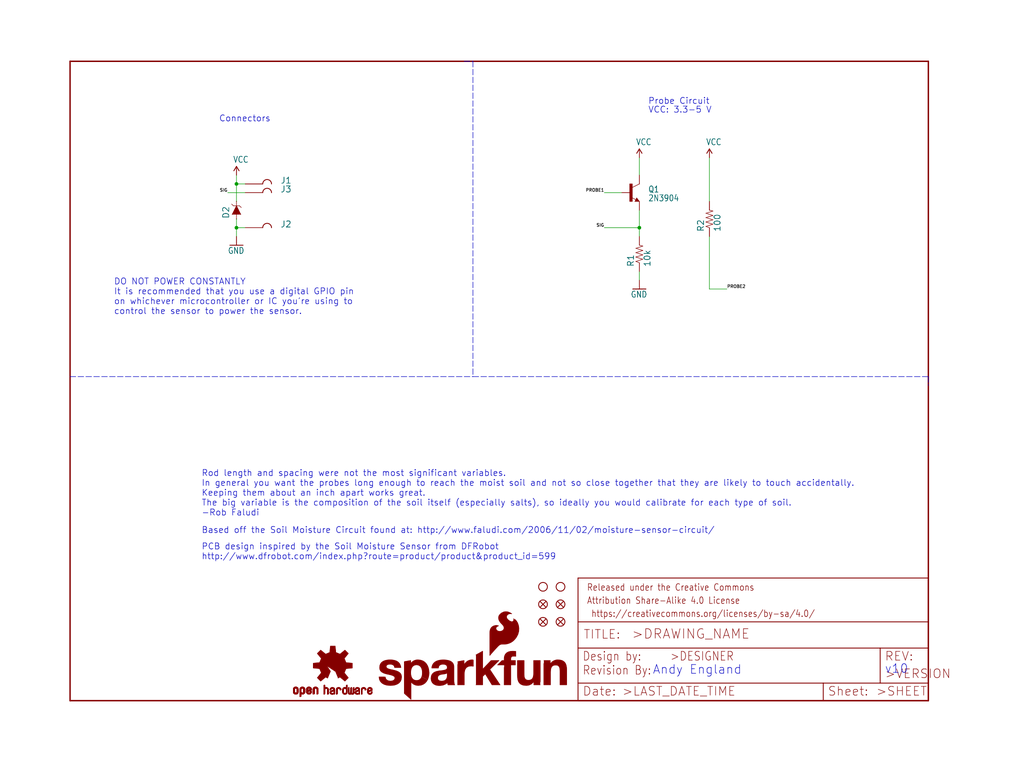
<source format=kicad_sch>
(kicad_sch (version 20211123) (generator eeschema)
  (paper "User" 297.002 223.926)
  (lib_symbols
    (symbol "schematicEagle-eagle-import:100OHM-0603-1{slash}10W-1%"
      (property "Reference" "R" (at 0 1.524 0))
      (property "Value" "100OHM-0603-1{slash}10W-1%" (at 0 -1.524 0))
      (symbol "100OHM-0603-1{slash}10W-1%_1_0"
        (pin passive line (at -5.08 0 0) (length 2.54) (name "1") (number "1"))
        (pin passive line (at 5.08 0 180) (length 2.54) (name "2") (number "2"))
      )
    )
    (symbol "schematicEagle-eagle-import:10KOHM-0603-1{slash}10W-1%"
      (property "Reference" "R" (at 0 1.524 0))
      (property "Value" "10KOHM-0603-1{slash}10W-1%" (at 0 -1.524 0))
      (symbol "10KOHM-0603-1{slash}10W-1%_1_0"
        (pin passive line (at -5.08 0 0) (length 2.54) (name "1") (number "1"))
        (pin passive line (at 5.08 0 180) (length 2.54) (name "2") (number "2"))
      )
    )
    (symbol "schematicEagle-eagle-import:DIODE-ZENER-BZT52C3V6S"
      (property "Reference" "D" (at -2.54 2.032 0))
      (property "Value" "DIODE-ZENER-BZT52C3V6S" (at -2.54 -2.032 0))
      (symbol "DIODE-ZENER-BZT52C3V6S_1_0"
        (pin passive line (at -2.54 0 0) (length 0) (name "A") (number "A"))
        (pin passive line (at 2.54 0 180) (length 0) (name "C") (number "C"))
      )
    )
    (symbol "schematicEagle-eagle-import:FIDUCIAL1X2")
    (symbol "schematicEagle-eagle-import:FRAME-LETTER"
      (symbol "FRAME-LETTER_2_0"
        (text " https://creativecommons.org/licenses/by-sa/4.0/" (at 2.54 24.13 0) (effects (font (size 1.9304 1.6408)) (justify left bottom)))
        (text ">DESIGNER" (at 26.67 11.43 0) (effects (font (size 2.54 2.159)) (justify left bottom)))
        (text ">DRAWING_NAME" (at 15.494 17.78 0) (effects (font (size 2.7432 2.7432)) (justify left bottom)))
        (text ">LAST_DATE_TIME" (at 12.7 1.27 0) (effects (font (size 2.54 2.54)) (justify left bottom)))
        (text ">SHEET" (at 86.36 1.27 0) (effects (font (size 2.54 2.54)) (justify left bottom)))
        (text ">VERSION" (at 88.9 6.35 0) (effects (font (size 2.54 2.54)) (justify left bottom)))
        (text "Attribution Share-Alike 4.0 License" (at 2.54 27.94 0) (effects (font (size 1.9304 1.6408)) (justify left bottom)))
        (text "Date:" (at 1.27 1.27 0) (effects (font (size 2.54 2.54)) (justify left bottom)))
        (text "Design by:" (at 1.27 11.43 0) (effects (font (size 2.54 2.159)) (justify left bottom)))
        (text "Released under the Creative Commons" (at 2.54 31.75 0) (effects (font (size 1.9304 1.6408)) (justify left bottom)))
        (text "REV:" (at 88.9 11.43 0) (effects (font (size 2.54 2.54)) (justify left bottom)))
        (text "Sheet:" (at 72.39 1.27 0) (effects (font (size 2.54 2.54)) (justify left bottom)))
        (text "TITLE:" (at 1.524 17.78 0) (effects (font (size 2.54 2.54)) (justify left bottom)))
      )
    )
    (symbol "schematicEagle-eagle-import:GATORGATOR_MINI"
      (property "Reference" "J" (at 0 2.54 0))
      (property "Value" "GATORGATOR_MINI" (at -2.54 -5.08 0))
      (symbol "GATORGATOR_MINI_1_0"
        (pin bidirectional line (at -2.54 0 0) (length 5.08) (name "P$1") (number "P$2"))
      )
    )
    (symbol "schematicEagle-eagle-import:GND" (power)
      (property "Value" "GND" (at -2.54 -2.54 0))
      (symbol "GND_1_0"
        (pin power_in line (at 0 2.54 270) (length 2.54) (name "GND") (number "1"))
      )
    )
    (symbol "schematicEagle-eagle-import:OSHW-LOGOS")
    (symbol "schematicEagle-eagle-import:REVISION"
      (symbol "REVISION_1_0"
        (text "Revision By: " (at 0 0 0) (effects (font (size 2.54 2.159)) (justify left bottom)))
      )
    )
    (symbol "schematicEagle-eagle-import:SFE_LOGO_NAME_FLAME.1_INCH")
    (symbol "schematicEagle-eagle-import:STAND-OFF")
    (symbol "schematicEagle-eagle-import:TRANSISTOR_NPNMMBT2222A"
      (property "Reference" "Q" (at 5.08 0 0))
      (property "Value" "TRANSISTOR_NPNMMBT2222A" (at 5.08 -2.54 0))
      (symbol "TRANSISTOR_NPNMMBT2222A_1_0"
        (pin passive line (at -2.54 0 0) (length 2.54) (name "B") (number "1"))
        (pin passive line (at 2.54 -5.08 90) (length 2.54) (name "E") (number "2"))
        (pin passive line (at 2.54 5.08 270) (length 2.54) (name "C") (number "3"))
      )
    )
    (symbol "schematicEagle-eagle-import:VCC" (power)
      (property "Value" "VCC" (at -1.016 3.556 0))
      (symbol "VCC_1_0"
        (pin power_in line (at 0 0 90) (length 2.54) (name "VCC") (number "1"))
      )
    )
  )
  (junction (at 185.42 66.04))
  (junction (at 68.58 53.34))
  (junction (at 68.58 66.04))
  (polyline (pts (xy 137.16 17.78) (xy 137.16 109.22)))
  (wire (pts (xy 68.58 66.04) (xy 68.58 68.58)))
  (polyline (pts (xy 137.16 109.22) (xy 269.24 109.22)))
  (wire (pts (xy 185.42 66.04) (xy 175.26 66.04)))
  (wire (pts (xy 68.58 53.34) (xy 68.58 50.8)))
  (wire (pts (xy 205.74 83.82) (xy 210.82 83.82)))
  (wire (pts (xy 185.42 45.72) (xy 185.42 50.8)))
  (wire (pts (xy 205.74 68.58) (xy 205.74 83.82)))
  (wire (pts (xy 71.12 66.04) (xy 68.58 66.04)))
  (polyline (pts (xy 269.24 109.22) (xy 269.24 111.76)))
  (wire (pts (xy 185.42 66.04) (xy 185.42 60.96)))
  (wire (pts (xy 68.58 53.34) (xy 68.58 58.42)))
  (wire (pts (xy 185.42 68.58) (xy 185.42 66.04)))
  (wire (pts (xy 205.74 58.42) (xy 205.74 45.72)))
  (polyline (pts (xy 134.62 17.78) (xy 137.16 17.78)))
  (polyline (pts (xy 20.32 109.22) (xy 137.16 109.22)))
  (wire (pts (xy 71.12 53.34) (xy 68.58 53.34)))
  (wire (pts (xy 68.58 63.5) (xy 68.58 66.04)))
  (wire (pts (xy 185.42 81.28) (xy 185.42 78.74)))
  (wire (pts (xy 71.12 55.88) (xy 66.04 55.88)))
  (wire (pts (xy 180.34 55.88) (xy 175.26 55.88)))
  (text "PCB design inspired by the Soil Moisture Sensor from DFRobot\nhttp://www.dfrobot.com/index.php?route=product/product&product_id=599" (at 58.42 162.56 0) (effects (font (size 1.778 1.778)) (justify left bottom)))
  (text "Probe Circuit" (at 187.96 30.48 180) (effects (font (size 1.778 1.778)) (justify left bottom)))
  (text "Connectors" (at 63.5 35.56 180) (effects (font (size 1.778 1.778)) (justify left bottom)))
  (text "DO NOT POWER CONSTANTLY\nIt is recommended that you use a digital GPIO pin\non whichever microcontroller or IC you're using to\ncontrol the sensor to power the sensor." (at 33.02 91.44 0) (effects (font (size 1.778 1.778)) (justify left bottom)))
  (text "Andy England" (at 189.23 195.834 180) (effects (font (size 2.54 2.54)) (justify left bottom)))
  (text "Rod length and spacing were not the most significant variables.\nIn general you want the probes long enough to reach the moist soil and not so close together that they are likely to touch accidentally.\nKeeping them about an inch apart works great.\nThe big variable is the composition of the soil itself (especially salts), so ideally you would calibrate for each type of soil.\n-Rob Faludi" (at 58.42 149.86 0) (effects (font (size 1.778 1.778)) (justify left bottom)))
  (text "Based off the Soil Moisture Circuit found at: http://www.faludi.com/2006/11/02/moisture-sensor-circuit/" (at 58.42 154.94 0) (effects (font (size 1.778 1.778)) (justify left bottom)))
  (text "v10" (at 256.54 195.58 180) (effects (font (size 2.54 2.54)) (justify left bottom)))
  (text "VCC: 3.3-5 V" (at 187.96 33.02 180) (effects (font (size 1.778 1.778)) (justify left bottom)))
  (label "SIG" (at 66.04 55.88 180) (effects (font (size 0.889 0.889))))
  (label "PROBE1" (at 175.26 55.88 180) (effects (font (size 0.889 0.889))))
  (label "SIG" (at 175.26 66.04 180) (effects (font (size 0.889 0.889))))
  (label "PROBE2" (at 210.82 83.82 0) (effects (font (size 0.889 0.889))))
  (symbol (lib_id "schematicEagle-eagle-import:10KOHM-0603-1{slash}10W-1%") (at 185.42 73.66 90) (unit 1)
    (property "Reference" "R1" (at 183.9214 77.47 0) (effects (font (size 1.778 1.778)) (justify left bottom)))
    (property "Value" "10k" (at 188.722 77.47 0) (effects (font (size 1.778 1.778)) (justify left bottom)))
    (property "Footprint" "schematicEagle:0603" (effects hide))
  )
  (symbol (lib_id "schematicEagle-eagle-import:VCC") (at 185.42 45.72 0) (unit 1)
    (property "Reference" "#SUPPLY1" (effects hide))
    (property "Value" "VCC" (at 184.404 42.164 0) (effects (font (size 1.778 1.5113)) (justify left bottom)))
    (property "Footprint" "schematicEagle:" (effects hide))
  )
  (symbol (lib_id "schematicEagle-eagle-import:TRANSISTOR_NPNMMBT2222A") (at 182.88 55.88 0) (unit 1)
    (property "Reference" "Q1" (at 187.96 55.88 0) (effects (font (size 1.778 1.5113)) (justify left bottom)))
    (property "Value" "2N3904" (at 187.96 58.42 0) (effects (font (size 1.778 1.5113)) (justify left bottom)))
    (property "Footprint" "schematicEagle:SOT23-3@1" (effects hide))
  )
  (symbol (lib_id "schematicEagle-eagle-import:FIDUCIAL1X2") (at 162.56 180.34 0) (unit 1)
    (property "Reference" "FID4" (effects hide))
    (property "Value" "FIDUCIAL1X2" (effects hide))
    (property "Footprint" "schematicEagle:FIDUCIAL-1X2" (effects hide))
  )
  (symbol (lib_id "schematicEagle-eagle-import:STAND-OFF") (at 162.56 170.18 0) (unit 1)
    (property "Reference" "STANDOFF2" (effects hide))
    (property "Value" "STAND-OFF" (effects hide))
    (property "Footprint" "schematicEagle:STAND-OFF" (effects hide))
  )
  (symbol (lib_id "schematicEagle-eagle-import:FRAME-LETTER") (at 20.32 203.2 0) (unit 1)
    (property "Reference" "FRAME1" (effects hide))
    (property "Value" "FRAME-LETTER" (effects hide))
    (property "Footprint" "schematicEagle:CREATIVE_COMMONS" (effects hide))
    (property "Value" "FRAME-LETTER" (effects hide))
    (property "Value" "FRAME-LETTER" (effects hide))
  )
  (symbol (lib_id "schematicEagle-eagle-import:GATORGATOR_MINI") (at 73.66 66.04 0) (unit 1)
    (property "Reference" "J2" (at 81.28 66.04 0) (effects (font (size 1.778 1.778)) (justify left bottom)))
    (property "Value" "GATORGATOR_MINI" (effects hide))
    (property "Footprint" "schematicEagle:GATOR_MINI" (effects hide))
  )
  (symbol (lib_id "schematicEagle-eagle-import:VCC") (at 68.58 50.8 0) (unit 1)
    (property "Reference" "#SUPPLY3" (effects hide))
    (property "Value" "VCC" (at 67.564 47.244 0) (effects (font (size 1.778 1.5113)) (justify left bottom)))
    (property "Footprint" "schematicEagle:" (effects hide))
  )
  (symbol (lib_id "schematicEagle-eagle-import:100OHM-0603-1{slash}10W-1%") (at 205.74 63.5 90) (unit 1)
    (property "Reference" "R2" (at 204.2414 67.31 0) (effects (font (size 1.778 1.778)) (justify left bottom)))
    (property "Value" "100" (at 209.042 67.31 0) (effects (font (size 1.778 1.778)) (justify left bottom)))
    (property "Footprint" "schematicEagle:0603" (effects hide))
  )
  (symbol (lib_id "schematicEagle-eagle-import:SFE_LOGO_NAME_FLAME.1_INCH") (at 109.22 203.2 0) (unit 1)
    (property "Reference" "LOGO1" (effects hide))
    (property "Value" "SFE_LOGO_NAME_FLAME.1_INCH" (effects hide))
    (property "Footprint" "schematicEagle:SFE_LOGO_NAME_FLAME_.1" (effects hide))
  )
  (symbol (lib_id "schematicEagle-eagle-import:DIODE-ZENER-BZT52C3V6S") (at 68.58 60.96 90) (unit 1)
    (property "Reference" "D2" (at 66.548 63.5 0) (effects (font (size 1.778 1.778)) (justify left bottom)))
    (property "Value" "3.6V" (effects hide))
    (property "Footprint" "schematicEagle:SOD-323" (effects hide))
  )
  (symbol (lib_id "schematicEagle-eagle-import:OSHW-LOGOS") (at 96.52 193.04 0) (unit 1)
    (property "Reference" "LOGO2" (effects hide))
    (property "Value" "OSHW-LOGOS" (effects hide))
    (property "Footprint" "schematicEagle:OSHW-LOGO-S" (effects hide))
  )
  (symbol (lib_id "schematicEagle-eagle-import:FRAME-LETTER") (at 167.64 203.2 0) (unit 2)
    (property "Reference" "FRAME1" (effects hide))
    (property "Value" "FRAME-LETTER" (effects hide))
    (property "Footprint" "schematicEagle:CREATIVE_COMMONS" (effects hide))
    (property "Value" "FRAME-LETTER" (effects hide))
    (property "Value" "FRAME-LETTER" (effects hide))
  )
  (symbol (lib_id "schematicEagle-eagle-import:FIDUCIAL1X2") (at 157.48 175.26 0) (unit 1)
    (property "Reference" "FID1" (effects hide))
    (property "Value" "FIDUCIAL1X2" (effects hide))
    (property "Footprint" "schematicEagle:FIDUCIAL-1X2" (effects hide))
  )
  (symbol (lib_id "schematicEagle-eagle-import:GATORGATOR_MINI") (at 73.66 53.34 0) (unit 1)
    (property "Reference" "J1" (at 81.28 53.34 0) (effects (font (size 1.778 1.778)) (justify left bottom)))
    (property "Value" "GATORGATOR_MINI" (effects hide))
    (property "Footprint" "schematicEagle:GATOR_MINI" (effects hide))
  )
  (symbol (lib_id "schematicEagle-eagle-import:GND") (at 185.42 83.82 0) (unit 1)
    (property "Reference" "#GND1" (effects hide))
    (property "Value" "GND" (at 182.88 86.36 0) (effects (font (size 1.778 1.5113)) (justify left bottom)))
    (property "Footprint" "schematicEagle:" (effects hide))
  )
  (symbol (lib_id "schematicEagle-eagle-import:GND") (at 68.58 71.12 0) (unit 1)
    (property "Reference" "#GND2" (effects hide))
    (property "Value" "GND" (at 66.04 73.66 0) (effects (font (size 1.778 1.5113)) (justify left bottom)))
    (property "Footprint" "schematicEagle:" (effects hide))
  )
  (symbol (lib_id "schematicEagle-eagle-import:STAND-OFF") (at 157.48 170.18 0) (unit 1)
    (property "Reference" "STANDOFF1" (effects hide))
    (property "Value" "STAND-OFF" (effects hide))
    (property "Footprint" "schematicEagle:STAND-OFF" (effects hide))
  )
  (symbol (lib_id "schematicEagle-eagle-import:REVISION") (at 168.91 195.834 0) (unit 1)
    (property "Reference" "LOGO3" (effects hide))
    (property "Value" "REVISION" (effects hide))
    (property "Footprint" "schematicEagle:REVISION" (effects hide))
  )
  (symbol (lib_id "schematicEagle-eagle-import:FIDUCIAL1X2") (at 162.56 175.26 0) (unit 1)
    (property "Reference" "FID2" (effects hide))
    (property "Value" "FIDUCIAL1X2" (effects hide))
    (property "Footprint" "schematicEagle:FIDUCIAL-1X2" (effects hide))
  )
  (symbol (lib_id "schematicEagle-eagle-import:VCC") (at 205.74 45.72 0) (unit 1)
    (property "Reference" "#SUPPLY2" (effects hide))
    (property "Value" "VCC" (at 204.724 42.164 0) (effects (font (size 1.778 1.5113)) (justify left bottom)))
    (property "Footprint" "schematicEagle:" (effects hide))
  )
  (symbol (lib_id "schematicEagle-eagle-import:FIDUCIAL1X2") (at 157.48 180.34 0) (unit 1)
    (property "Reference" "FID3" (effects hide))
    (property "Value" "FIDUCIAL1X2" (effects hide))
    (property "Footprint" "schematicEagle:FIDUCIAL-1X2" (effects hide))
  )
  (symbol (lib_id "schematicEagle-eagle-import:GATORGATOR_MINI") (at 73.66 55.88 0) (unit 1)
    (property "Reference" "J3" (at 81.28 55.88 0) (effects (font (size 1.778 1.778)) (justify left bottom)))
    (property "Value" "GATORGATOR_MINI" (effects hide))
    (property "Footprint" "schematicEagle:GATOR_MINI" (effects hide))
  )
)
</source>
